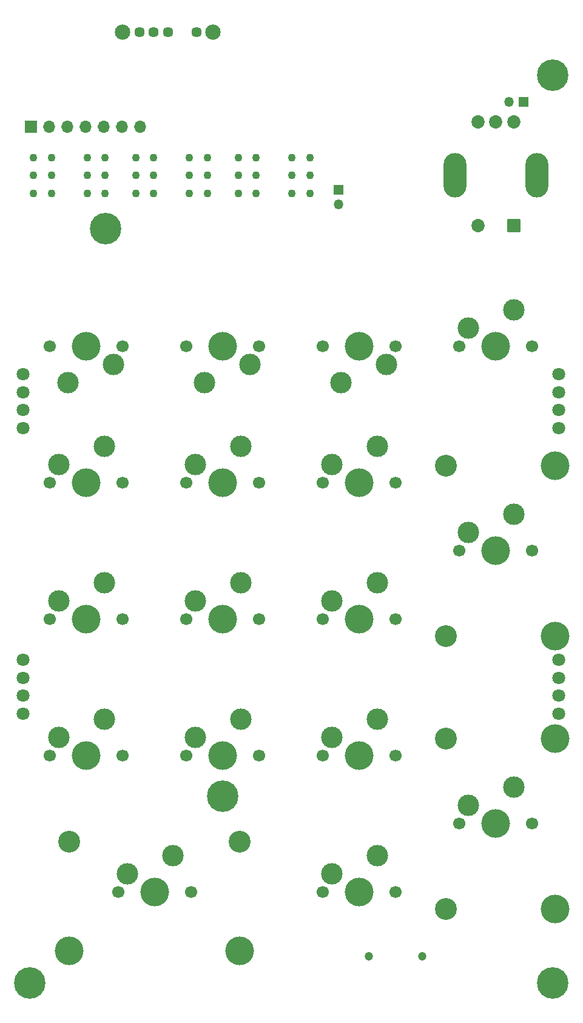
<source format=gbr>
%TF.GenerationSoftware,KiCad,Pcbnew,8.0.4*%
%TF.CreationDate,2024-10-18T15:11:06-05:00*%
%TF.ProjectId,numlocked_numpad,6e756d6c-6f63-46b6-9564-5f6e756d7061,rev?*%
%TF.SameCoordinates,Original*%
%TF.FileFunction,Soldermask,Top*%
%TF.FilePolarity,Negative*%
%FSLAX46Y46*%
G04 Gerber Fmt 4.6, Leading zero omitted, Abs format (unit mm)*
G04 Created by KiCad (PCBNEW 8.0.4) date 2024-10-18 15:11:06*
%MOMM*%
%LPD*%
G01*
G04 APERTURE LIST*
G04 Aperture macros list*
%AMRoundRect*
0 Rectangle with rounded corners*
0 $1 Rounding radius*
0 $2 $3 $4 $5 $6 $7 $8 $9 X,Y pos of 4 corners*
0 Add a 4 corners polygon primitive as box body*
4,1,4,$2,$3,$4,$5,$6,$7,$8,$9,$2,$3,0*
0 Add four circle primitives for the rounded corners*
1,1,$1+$1,$2,$3*
1,1,$1+$1,$4,$5*
1,1,$1+$1,$6,$7*
1,1,$1+$1,$8,$9*
0 Add four rect primitives between the rounded corners*
20,1,$1+$1,$2,$3,$4,$5,0*
20,1,$1+$1,$4,$5,$6,$7,0*
20,1,$1+$1,$6,$7,$8,$9,0*
20,1,$1+$1,$8,$9,$2,$3,0*%
G04 Aperture macros list end*
%ADD10RoundRect,0.102000X0.825000X0.825000X-0.825000X0.825000X-0.825000X-0.825000X0.825000X-0.825000X0*%
%ADD11C,1.854000*%
%ADD12O,3.204000X6.204000*%
%ADD13C,1.700000*%
%ADD14C,3.000000*%
%ADD15C,4.000000*%
%ADD16C,1.100000*%
%ADD17R,1.350000X1.350000*%
%ADD18O,1.350000X1.350000*%
%ADD19C,4.400000*%
%ADD20C,1.800000*%
%ADD21R,1.700000X1.700000*%
%ADD22O,1.700000X1.700000*%
%ADD23C,3.050000*%
%ADD24C,1.450000*%
%ADD25C,2.150000*%
%ADD26C,1.200000*%
G04 APERTURE END LIST*
D10*
%TO.C,MT1*%
X161250000Y-70500000D03*
D11*
X156250000Y-70500000D03*
X161250000Y-56000000D03*
X156250000Y-56000000D03*
X158750000Y-56000000D03*
D12*
X164450000Y-63500000D03*
X153050000Y-63500000D03*
%TD*%
D13*
%TO.C,S9*%
X115570000Y-106362500D03*
D14*
X116840000Y-103822500D03*
D15*
X120650000Y-106362500D03*
D14*
X123190000Y-101282500D03*
D13*
X125730000Y-106362500D03*
%TD*%
D16*
%TO.C,SW2*%
X94218750Y-61000000D03*
X96718750Y-61000000D03*
X101718750Y-61000000D03*
X104218750Y-61000000D03*
X94218750Y-66000000D03*
X94218750Y-63500000D03*
X96718750Y-63500000D03*
X96718750Y-66000000D03*
X101718750Y-63500000D03*
X101718750Y-66000000D03*
X104218750Y-63500000D03*
X104218750Y-66000000D03*
%TD*%
D13*
%TO.C,S2*%
X96520000Y-106362500D03*
D14*
X97790000Y-103822500D03*
D15*
X101600000Y-106362500D03*
D14*
X104140000Y-101282500D03*
D13*
X106680000Y-106362500D03*
%TD*%
D17*
%TO.C,J6*%
X136800000Y-65500000D03*
D18*
X136800000Y-67500000D03*
%TD*%
D13*
%TO.C,S17*%
X134620000Y-106362500D03*
D14*
X135890000Y-103822500D03*
D15*
X139700000Y-106362500D03*
D14*
X142240000Y-101282500D03*
D13*
X144780000Y-106362500D03*
%TD*%
D19*
%TO.C,H5*%
X166656250Y-49500000D03*
%TD*%
D17*
%TO.C,J5*%
X162600000Y-53201000D03*
D18*
X160600000Y-53201000D03*
%TD*%
D13*
%TO.C,S8*%
X125730000Y-87312500D03*
D14*
X124460000Y-89852500D03*
D15*
X120650000Y-87312500D03*
D14*
X118110000Y-92392500D03*
D13*
X115570000Y-87312500D03*
%TD*%
D20*
%TO.C,J3*%
X167537500Y-91230000D03*
X167537500Y-93730000D03*
X167537500Y-96230000D03*
X167537500Y-98730000D03*
%TD*%
D13*
%TO.C,S6*%
X96520000Y-144462500D03*
D14*
X97790000Y-141922500D03*
D15*
X101600000Y-144462500D03*
D14*
X104140000Y-139382500D03*
D13*
X106680000Y-144462500D03*
%TD*%
%TO.C,S3*%
X96520000Y-125412500D03*
D14*
X97790000Y-122872500D03*
D15*
X101600000Y-125412500D03*
D14*
X104140000Y-120332500D03*
D13*
X106680000Y-125412500D03*
%TD*%
D21*
%TO.C,OLED1*%
X93880000Y-56700000D03*
D22*
X96420000Y-56700000D03*
X98960000Y-56700000D03*
X101500000Y-56700000D03*
X104040000Y-56700000D03*
X106580000Y-56700000D03*
X109120000Y-56700000D03*
%TD*%
D13*
%TO.C,S12*%
X134620000Y-163512500D03*
D14*
X135890000Y-160972500D03*
D15*
X139700000Y-163512500D03*
D14*
X142240000Y-158432500D03*
D13*
X144780000Y-163512500D03*
%TD*%
D20*
%TO.C,J4*%
X167537500Y-131110000D03*
X167537500Y-133610000D03*
X167537500Y-136110000D03*
X167537500Y-138610000D03*
%TD*%
D19*
%TO.C,H4*%
X166656250Y-176220900D03*
%TD*%
D13*
%TO.C,S11*%
X115570000Y-144462500D03*
D14*
X116840000Y-141922500D03*
D15*
X120650000Y-144462500D03*
D14*
X123190000Y-139382500D03*
D13*
X125730000Y-144462500D03*
%TD*%
D19*
%TO.C,H2*%
X93693750Y-176220900D03*
%TD*%
%TO.C,H6*%
X120650000Y-150181250D03*
%TD*%
D13*
%TO.C,S10*%
X115570000Y-125412500D03*
D14*
X116840000Y-122872500D03*
D15*
X120650000Y-125412500D03*
D14*
X123190000Y-120332500D03*
D13*
X125730000Y-125412500D03*
%TD*%
D19*
%TO.C,H1*%
X104300000Y-70900000D03*
%TD*%
D13*
%TO.C,S16*%
X153670000Y-87312500D03*
D14*
X154940000Y-84772500D03*
D15*
X158750000Y-87312500D03*
D14*
X161290000Y-82232500D03*
D13*
X163830000Y-87312500D03*
%TD*%
D23*
%TO.C,S15*%
X151750000Y-103987500D03*
X151750000Y-127787500D03*
D13*
X153670000Y-115887500D03*
D14*
X154940000Y-113347500D03*
D15*
X158750000Y-115887500D03*
D14*
X161290000Y-110807500D03*
D13*
X163830000Y-115887500D03*
D15*
X166990000Y-103987500D03*
X166990000Y-127787500D03*
%TD*%
D13*
%TO.C,S1*%
X106680000Y-87312500D03*
D14*
X105410000Y-89852500D03*
D15*
X101600000Y-87312500D03*
D14*
X99060000Y-92392500D03*
D13*
X96520000Y-87312500D03*
%TD*%
%TO.C,S18*%
X134620000Y-125412500D03*
D14*
X135890000Y-122872500D03*
D15*
X139700000Y-125412500D03*
D14*
X142240000Y-120332500D03*
D13*
X144780000Y-125412500D03*
%TD*%
%TO.C,S19*%
X134620000Y-144462500D03*
D14*
X135890000Y-141922500D03*
D15*
X139700000Y-144462500D03*
D14*
X142240000Y-139382500D03*
D13*
X144780000Y-144462500D03*
%TD*%
D24*
%TO.C,SW1*%
X116994000Y-43437500D03*
X112994000Y-43437500D03*
X110994000Y-43437500D03*
X108994000Y-43437500D03*
D25*
X119294000Y-43437500D03*
X106694000Y-43437500D03*
%TD*%
D23*
%TO.C,S7*%
X99225000Y-156512500D03*
D15*
X99225000Y-171752500D03*
D13*
X106045000Y-163512500D03*
D14*
X107315000Y-160972500D03*
D15*
X111125000Y-163512500D03*
D14*
X113665000Y-158432500D03*
D13*
X116205000Y-163512500D03*
D23*
X123025000Y-156512500D03*
D15*
X123025000Y-171752500D03*
%TD*%
D16*
%TO.C,SW3*%
X108506250Y-61000000D03*
X111006250Y-61000000D03*
X116006250Y-61000000D03*
X118506250Y-61000000D03*
X108506250Y-66000000D03*
X108506250Y-63500000D03*
X111006250Y-63500000D03*
X111006250Y-66000000D03*
X116006250Y-63500000D03*
X116006250Y-66000000D03*
X118506250Y-63500000D03*
X118506250Y-66000000D03*
%TD*%
D23*
%TO.C,S20*%
X151750000Y-142087500D03*
X151750000Y-165887500D03*
D13*
X153670000Y-153987500D03*
D14*
X154940000Y-151447500D03*
D15*
X158750000Y-153987500D03*
D14*
X161290000Y-148907500D03*
D13*
X163830000Y-153987500D03*
D15*
X166990000Y-142087500D03*
X166990000Y-165887500D03*
%TD*%
D13*
%TO.C,S14*%
X144780000Y-87312500D03*
D14*
X143510000Y-89852500D03*
D15*
X139700000Y-87312500D03*
D14*
X137160000Y-92392500D03*
D13*
X134620000Y-87312500D03*
%TD*%
D16*
%TO.C,SW4*%
X122793750Y-61000000D03*
X125293750Y-61000000D03*
X130293750Y-61000000D03*
X132793750Y-61000000D03*
X122793750Y-66000000D03*
X122793750Y-63500000D03*
X125293750Y-63500000D03*
X125293750Y-66000000D03*
X130293750Y-63500000D03*
X130293750Y-66000000D03*
X132793750Y-63500000D03*
X132793750Y-66000000D03*
%TD*%
D26*
%TO.C,BT1*%
X148500000Y-172500000D03*
X141000000Y-172500000D03*
%TD*%
D20*
%TO.C,J2*%
X92812500Y-131110000D03*
X92812500Y-133610000D03*
X92812500Y-136110000D03*
X92812500Y-138610000D03*
%TD*%
%TO.C,J1*%
X92812500Y-91230000D03*
X92812500Y-93730000D03*
X92812500Y-96230000D03*
X92812500Y-98730000D03*
%TD*%
M02*

</source>
